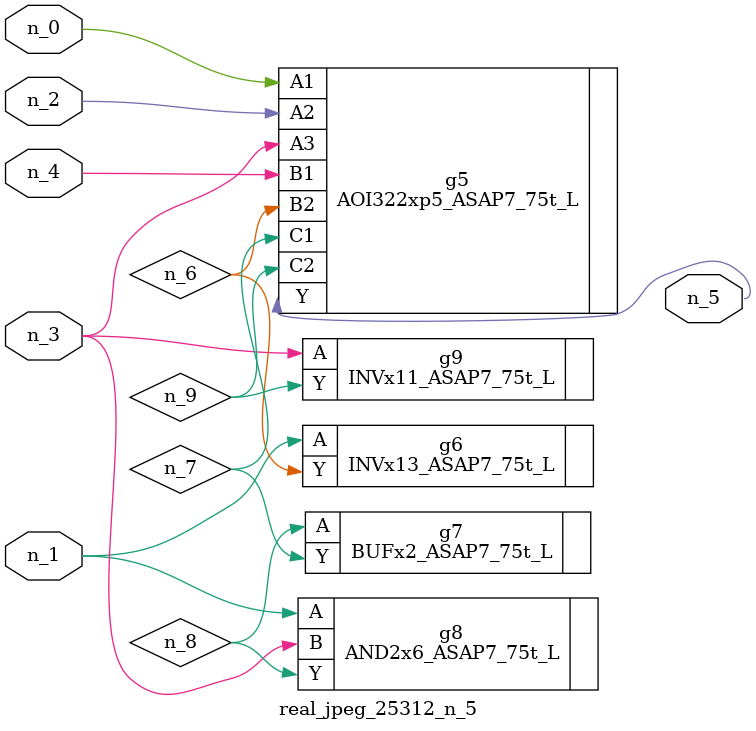
<source format=v>
module real_jpeg_25312_n_5 (n_4, n_0, n_1, n_2, n_3, n_5);

input n_4;
input n_0;
input n_1;
input n_2;
input n_3;

output n_5;

wire n_8;
wire n_6;
wire n_7;
wire n_9;

AOI322xp5_ASAP7_75t_L g5 ( 
.A1(n_0),
.A2(n_2),
.A3(n_3),
.B1(n_4),
.B2(n_6),
.C1(n_7),
.C2(n_9),
.Y(n_5)
);

INVx13_ASAP7_75t_L g6 ( 
.A(n_1),
.Y(n_6)
);

AND2x6_ASAP7_75t_L g8 ( 
.A(n_1),
.B(n_3),
.Y(n_8)
);

INVx11_ASAP7_75t_L g9 ( 
.A(n_3),
.Y(n_9)
);

BUFx2_ASAP7_75t_L g7 ( 
.A(n_8),
.Y(n_7)
);


endmodule
</source>
